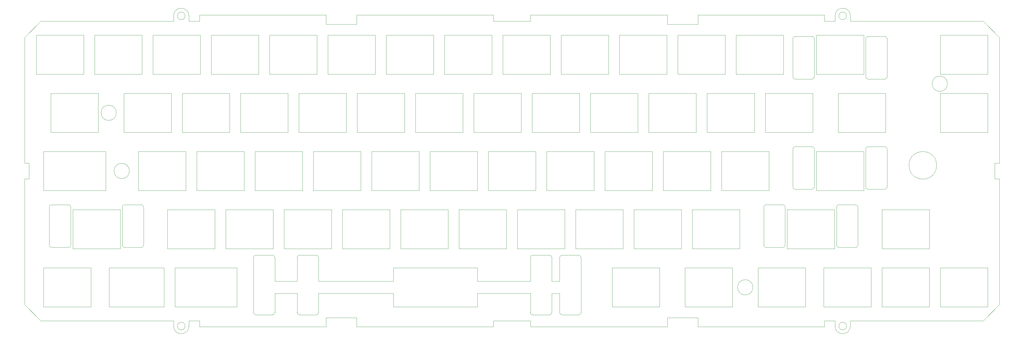
<source format=gm1>
G04 #@! TF.GenerationSoftware,KiCad,Pcbnew,(5.1.12)-1*
G04 #@! TF.CreationDate,2021-12-15T02:21:53-05:00*
G04 #@! TF.ProjectId,fc660a_plate,66633636-3061-45f7-906c-6174652e6b69,rev?*
G04 #@! TF.SameCoordinates,Original*
G04 #@! TF.FileFunction,Profile,NP*
%FSLAX46Y46*%
G04 Gerber Fmt 4.6, Leading zero omitted, Abs format (unit mm)*
G04 Created by KiCad (PCBNEW (5.1.12)-1) date 2021-12-15 02:21:53*
%MOMM*%
%LPD*%
G01*
G04 APERTURE LIST*
G04 #@! TA.AperFunction,Profile*
%ADD10C,0.010000*%
G04 #@! TD*
G04 #@! TA.AperFunction,Profile*
%ADD11C,0.100000*%
G04 #@! TD*
G04 APERTURE END LIST*
D10*
X301293750Y-32850000D02*
G75*
G02*
X302043750Y-32100000I750000J0D01*
G01*
X302043750Y-46100000D02*
G75*
G02*
X301293750Y-45350000I0J750000D01*
G01*
X277493750Y-32850000D02*
X277493750Y-45350000D01*
X278243750Y-46100000D02*
G75*
G02*
X277493750Y-45350000I0J750000D01*
G01*
X278243750Y-46100000D02*
X283743750Y-46100000D01*
X284493750Y-45350000D02*
G75*
G02*
X283743750Y-46100000I-750000J0D01*
G01*
X284493750Y-45350000D02*
X284493750Y-32850000D01*
X301293750Y-32850000D02*
X301293750Y-45350000D01*
X302043750Y-46100000D02*
X307543750Y-46100000D01*
X283743750Y-32100000D02*
X278243750Y-32100000D01*
X307543750Y-32100000D02*
G75*
G02*
X308293750Y-32850000I0J-750000D01*
G01*
X277493750Y-32850000D02*
G75*
G02*
X278243750Y-32100000I750000J0D01*
G01*
X283743750Y-32100000D02*
G75*
G02*
X284493750Y-32850000I0J-750000D01*
G01*
X308293750Y-45350000D02*
G75*
G02*
X307543750Y-46100000I-750000J0D01*
G01*
X308293750Y-45350000D02*
X308293750Y-32850000D01*
X307543750Y-32100000D02*
X302043750Y-32100000D01*
X285143750Y-44500000D02*
X300643750Y-44500000D01*
X285143750Y-31700000D02*
X285143750Y-44500000D01*
X300643750Y-44500000D02*
X300643750Y-31700000D01*
X300643750Y-31700000D02*
X285143750Y-31700000D01*
D11*
X264437500Y-114300000D02*
G75*
G03*
X264437500Y-114300000I-2500000J0D01*
G01*
X56500000Y-57150000D02*
G75*
G03*
X56500000Y-57150000I-2500000J0D01*
G01*
X328000000Y-47625000D02*
G75*
G03*
X328000000Y-47625000I-2500000J0D01*
G01*
X26500000Y-32449999D02*
X31799999Y-27149999D01*
X26500000Y-73599999D02*
X26500000Y-32449999D01*
X27999999Y-73599999D02*
X26500000Y-73599999D01*
X27999999Y-78799999D02*
X27999999Y-73599999D01*
X26500000Y-78799999D02*
X27999999Y-78799999D01*
X26500000Y-119950000D02*
X26500000Y-78799999D01*
X31799999Y-125250000D02*
X26500000Y-119950000D01*
X75199999Y-125250000D02*
X31799999Y-125250000D01*
X75199999Y-126999999D02*
X75199999Y-125250000D01*
X80199999Y-126999999D02*
G75*
G02*
X75199999Y-126999999I-2500000J0D01*
G01*
X80199999Y-125250000D02*
X80199999Y-126999999D01*
X83699999Y-125250000D02*
X80199999Y-125250000D01*
X83699999Y-127250000D02*
X83699999Y-125250000D01*
X124999999Y-127250000D02*
X83699999Y-127250000D01*
X124999999Y-124250000D02*
X124999999Y-127250000D01*
X134999999Y-124250000D02*
X124999999Y-124250000D01*
X134999999Y-127250000D02*
X134999999Y-124250000D01*
X179699999Y-127250000D02*
X134999999Y-127250000D01*
X179699999Y-125250000D02*
X179699999Y-127250000D01*
X179699999Y-25149999D02*
X179699999Y-27149999D01*
X134999999Y-25149999D02*
X179699999Y-25149999D01*
X134999999Y-28149999D02*
X134999999Y-25149999D01*
X124999999Y-28149999D02*
X134999999Y-28149999D01*
X124999999Y-25149999D02*
X124999999Y-28149999D01*
X83699999Y-25149999D02*
X124999999Y-25149999D01*
X83699999Y-27149999D02*
X83699999Y-25149999D01*
X80199999Y-27149999D02*
X83699999Y-27149999D01*
X80199999Y-25400000D02*
X80199999Y-27149999D01*
X75199999Y-25400000D02*
G75*
G02*
X80199999Y-25400000I2500000J0D01*
G01*
X75199999Y-27149999D02*
X75199999Y-25400000D01*
X31799999Y-27149999D02*
X75199999Y-27149999D01*
X339675000Y-27149999D02*
X296275000Y-27149999D01*
X344974999Y-32449999D02*
X339675000Y-27149999D01*
X344974999Y-73599999D02*
X344974999Y-32449999D01*
X343475000Y-73599999D02*
X344974999Y-73599999D01*
X343475000Y-78799999D02*
X343475000Y-73599999D01*
X344974999Y-78799999D02*
X343475000Y-78799999D01*
X344974999Y-119950000D02*
X344974999Y-78799999D01*
X339675000Y-125250000D02*
X344974999Y-119950000D01*
X296275000Y-125250000D02*
X339675000Y-125250000D01*
X296275000Y-126999999D02*
X296275000Y-125250000D01*
X296275001Y-126999999D02*
G75*
G02*
X291274999Y-126999999I-2500001J0D01*
G01*
X291275000Y-125250000D02*
X291274999Y-126999999D01*
X287775000Y-125250000D02*
X291275000Y-125250000D01*
X287775000Y-127250000D02*
X287775000Y-125250000D01*
X246475000Y-127250000D02*
X287775000Y-127250000D01*
X246475000Y-124250000D02*
X246475000Y-127250000D01*
X236475000Y-124250000D02*
X246475000Y-124250000D01*
X236475000Y-127250000D02*
X236475000Y-124250000D01*
X191775000Y-127250000D02*
X236475000Y-127250000D01*
X191775000Y-125250000D02*
X191775000Y-127250000D01*
X179699999Y-125250000D02*
X191775000Y-125250000D01*
X191775000Y-27149999D02*
X179699999Y-27149999D01*
X191775000Y-25149999D02*
X191775000Y-27149999D01*
X236475000Y-25149999D02*
X191775000Y-25149999D01*
X236475000Y-28149999D02*
X236475000Y-25149999D01*
X246475000Y-28149999D02*
X236475000Y-28149999D01*
X246475000Y-25149999D02*
X246475000Y-28149999D01*
X287775000Y-25149999D02*
X246475000Y-25149999D01*
X287775000Y-27149999D02*
X287775000Y-25149999D01*
X291275000Y-27149999D02*
X287775000Y-27149999D01*
X291274999Y-25400000D02*
X291275000Y-27149999D01*
X291275000Y-25400000D02*
G75*
G02*
X296275000Y-25400000I2500000J0D01*
G01*
X296275000Y-27149999D02*
X296275000Y-25400000D01*
X78949999Y-126999999D02*
G75*
G03*
X78949999Y-126999999I-1250000J0D01*
G01*
X295025000Y-126999999D02*
G75*
G03*
X295025000Y-126999999I-1250000J0D01*
G01*
X78949999Y-25400000D02*
G75*
G03*
X78949999Y-25400000I-1250000J0D01*
G01*
X295025000Y-25400000D02*
G75*
G03*
X295025000Y-25400000I-1250000J0D01*
G01*
D10*
X325625000Y-44500000D02*
X341125000Y-44500000D01*
X341125000Y-50750000D02*
X325625000Y-50750000D01*
X325625000Y-50750000D02*
X325625000Y-63550000D01*
X325625000Y-63550000D02*
X341125000Y-63550000D01*
X341125000Y-63550000D02*
X341125000Y-50750000D01*
X341125000Y-44500000D02*
X341125000Y-31700000D01*
X341125000Y-31700000D02*
X325625000Y-31700000D01*
X325625000Y-31700000D02*
X325625000Y-44500000D01*
D11*
X60750000Y-76200000D02*
G75*
G03*
X60750000Y-76200000I-2500000J0D01*
G01*
D10*
X107525000Y-103800000D02*
G75*
G02*
X108275000Y-104550000I0J-750000D01*
G01*
X108275000Y-104550000D02*
X108275000Y-112300000D01*
X102025000Y-103800000D02*
X107525000Y-103800000D01*
X107525000Y-123300000D02*
X102025000Y-123300000D01*
X108275000Y-116300000D02*
X108275000Y-122550000D01*
X108275000Y-122550000D02*
G75*
G02*
X107525000Y-123300000I-750000J0D01*
G01*
X121812500Y-103800000D02*
G75*
G02*
X122562500Y-104550000I0J-750000D01*
G01*
X122562500Y-104550000D02*
X122562500Y-112300000D01*
X116312500Y-103800000D02*
X121812500Y-103800000D01*
X121812500Y-123300000D02*
X116312500Y-123300000D01*
X122562500Y-116300000D02*
X122562500Y-122550000D01*
X122562500Y-122550000D02*
G75*
G02*
X121812500Y-123300000I-750000J0D01*
G01*
X45850000Y-44500000D02*
X45850000Y-31700000D01*
X30350000Y-44500000D02*
X45850000Y-44500000D01*
X30350000Y-31700000D02*
X30350000Y-44500000D01*
X45850000Y-31700000D02*
X30350000Y-31700000D01*
X341125000Y-120700000D02*
X341125000Y-107900000D01*
X325625000Y-120700000D02*
X341125000Y-120700000D01*
X325625000Y-107900000D02*
X325625000Y-120700000D01*
X341125000Y-107900000D02*
X325625000Y-107900000D01*
X322075000Y-120700000D02*
X322075000Y-107900000D01*
X306575000Y-120700000D02*
X322075000Y-120700000D01*
X306575000Y-107900000D02*
X306575000Y-120700000D01*
X322075000Y-107900000D02*
X306575000Y-107900000D01*
X303025000Y-120700000D02*
X303025000Y-107900000D01*
X287525000Y-120700000D02*
X303025000Y-120700000D01*
X287525000Y-107900000D02*
X287525000Y-120700000D01*
X303025000Y-107900000D02*
X287525000Y-107900000D01*
X322075000Y-101650000D02*
X322075000Y-88850000D01*
X306575000Y-101650000D02*
X322075000Y-101650000D01*
X306575000Y-88850000D02*
X306575000Y-101650000D01*
X322075000Y-88850000D02*
X306575000Y-88850000D01*
X50612500Y-63550000D02*
X50612500Y-50750000D01*
X35112500Y-63550000D02*
X50612500Y-63550000D01*
X35112500Y-50750000D02*
X35112500Y-63550000D01*
X50612500Y-50750000D02*
X35112500Y-50750000D01*
X52993750Y-82600000D02*
X52993750Y-69800000D01*
X57756250Y-101650000D02*
X57756250Y-88850000D01*
X42256250Y-101650000D02*
X57756250Y-101650000D01*
X42256250Y-88850000D02*
X42256250Y-101650000D01*
X57756250Y-88850000D02*
X42256250Y-88850000D01*
X35356250Y-101250000D02*
G75*
G02*
X34606250Y-100500000I0J750000D01*
G01*
X34606250Y-88000000D02*
X34606250Y-100500000D01*
X34606250Y-88000000D02*
G75*
G02*
X35356250Y-87250000I750000J0D01*
G01*
X40856250Y-87250000D02*
X35356250Y-87250000D01*
X40856250Y-87250000D02*
G75*
G02*
X41606250Y-88000000I0J-750000D01*
G01*
X41606250Y-100500000D02*
X41606250Y-88000000D01*
X41606250Y-100500000D02*
G75*
G02*
X40856250Y-101250000I-750000J0D01*
G01*
X35356250Y-101250000D02*
X40856250Y-101250000D01*
X58406250Y-88000000D02*
X58406250Y-100500000D01*
X58406250Y-88000000D02*
G75*
G02*
X59156250Y-87250000I750000J0D01*
G01*
X64656250Y-87250000D02*
X59156250Y-87250000D01*
X64656250Y-87250000D02*
G75*
G02*
X65406250Y-88000000I0J-750000D01*
G01*
X65406250Y-100500000D02*
X65406250Y-88000000D01*
X65406250Y-100500000D02*
G75*
G02*
X64656250Y-101250000I-750000J0D01*
G01*
X59156250Y-101250000D02*
X64656250Y-101250000D01*
X59156250Y-101250000D02*
G75*
G02*
X58406250Y-100500000I0J750000D01*
G01*
X291118750Y-101650000D02*
X291118750Y-88850000D01*
X275618750Y-101650000D02*
X291118750Y-101650000D01*
X275618750Y-88850000D02*
X275618750Y-101650000D01*
X291118750Y-88850000D02*
X275618750Y-88850000D01*
X307787500Y-63550000D02*
X307787500Y-50750000D01*
X292287500Y-63550000D02*
X307787500Y-63550000D01*
X292287500Y-50750000D02*
X292287500Y-63550000D01*
X307787500Y-50750000D02*
X292287500Y-50750000D01*
X300643750Y-82600000D02*
X300643750Y-69800000D01*
X285143750Y-82600000D02*
X300643750Y-82600000D01*
X285143750Y-69800000D02*
X285143750Y-82600000D01*
X300643750Y-69800000D02*
X285143750Y-69800000D01*
X64900000Y-44500000D02*
X64900000Y-31700000D01*
X49400000Y-44500000D02*
X64900000Y-44500000D01*
X49400000Y-31700000D02*
X49400000Y-44500000D01*
X64900000Y-31700000D02*
X49400000Y-31700000D01*
X283975000Y-63550000D02*
X283975000Y-50750000D01*
X268475000Y-63550000D02*
X283975000Y-63550000D01*
X268475000Y-50750000D02*
X268475000Y-63550000D01*
X283975000Y-50750000D02*
X268475000Y-50750000D01*
X269687500Y-82600000D02*
X269687500Y-69800000D01*
X254187500Y-82600000D02*
X269687500Y-82600000D01*
X254187500Y-69800000D02*
X254187500Y-82600000D01*
X269687500Y-69800000D02*
X254187500Y-69800000D01*
X260162500Y-101650000D02*
X260162500Y-88850000D01*
X244662500Y-101650000D02*
X260162500Y-101650000D01*
X244662500Y-88850000D02*
X244662500Y-101650000D01*
X260162500Y-88850000D02*
X244662500Y-88850000D01*
X74425000Y-63550000D02*
X74425000Y-50750000D01*
X58925000Y-63550000D02*
X74425000Y-63550000D01*
X58925000Y-50750000D02*
X58925000Y-63550000D01*
X74425000Y-50750000D02*
X58925000Y-50750000D01*
X79187500Y-82600000D02*
X79187500Y-69800000D01*
X63687500Y-82600000D02*
X79187500Y-82600000D01*
X63687500Y-69800000D02*
X63687500Y-82600000D01*
X79187500Y-69800000D02*
X63687500Y-69800000D01*
X88712500Y-101650000D02*
X88712500Y-88850000D01*
X73212500Y-101650000D02*
X88712500Y-101650000D01*
X73212500Y-88850000D02*
X73212500Y-101650000D01*
X88712500Y-88850000D02*
X73212500Y-88850000D01*
X48231250Y-120700000D02*
X48231250Y-107900000D01*
X32731250Y-120700000D02*
X48231250Y-120700000D01*
X32731250Y-107900000D02*
X32731250Y-120700000D01*
X48231250Y-107900000D02*
X32731250Y-107900000D01*
X257781250Y-120700000D02*
X257781250Y-107900000D01*
X242281250Y-120700000D02*
X257781250Y-120700000D01*
X242281250Y-107900000D02*
X242281250Y-120700000D01*
X257781250Y-107900000D02*
X242281250Y-107900000D01*
X281593750Y-120700000D02*
X281593750Y-107900000D01*
X266093750Y-120700000D02*
X281593750Y-120700000D01*
X266093750Y-107900000D02*
X266093750Y-120700000D01*
X281593750Y-107900000D02*
X266093750Y-107900000D01*
X218468750Y-120700000D02*
X218468750Y-107900000D01*
X233968750Y-120700000D02*
X218468750Y-120700000D01*
X233968750Y-107900000D02*
X233968750Y-120700000D01*
X218468750Y-107900000D02*
X233968750Y-107900000D01*
X72043750Y-120700000D02*
X72043750Y-107900000D01*
X95856250Y-120700000D02*
X95856250Y-107900000D01*
X274218750Y-87250000D02*
G75*
G02*
X274968750Y-88000000I0J-750000D01*
G01*
X274968750Y-100500000D02*
X274968750Y-88000000D01*
X274968750Y-100500000D02*
G75*
G02*
X274218750Y-101250000I-750000J0D01*
G01*
X268718750Y-101250000D02*
X274218750Y-101250000D01*
X268718750Y-101250000D02*
G75*
G02*
X267968750Y-100500000I0J750000D01*
G01*
X267968750Y-88000000D02*
X267968750Y-100500000D01*
X267968750Y-88000000D02*
G75*
G02*
X268718750Y-87250000I750000J0D01*
G01*
X274218750Y-87250000D02*
X268718750Y-87250000D01*
X298768750Y-100500000D02*
G75*
G02*
X298018750Y-101250000I-750000J0D01*
G01*
X292518750Y-101250000D02*
X298018750Y-101250000D01*
X292518750Y-101250000D02*
G75*
G02*
X291768750Y-100500000I0J750000D01*
G01*
X291768750Y-88000000D02*
X291768750Y-100500000D01*
X291768750Y-88000000D02*
G75*
G02*
X292518750Y-87250000I750000J0D01*
G01*
X298018750Y-87250000D02*
X292518750Y-87250000D01*
X298018750Y-87250000D02*
G75*
G02*
X298768750Y-88000000I0J-750000D01*
G01*
X298768750Y-100500000D02*
X298768750Y-88000000D01*
X284493750Y-81450000D02*
G75*
G02*
X283743750Y-82200000I-750000J0D01*
G01*
X278243750Y-82200000D02*
X283743750Y-82200000D01*
X278243750Y-82200000D02*
G75*
G02*
X277493750Y-81450000I0J750000D01*
G01*
X277493750Y-68950000D02*
X277493750Y-81450000D01*
X277493750Y-68950000D02*
G75*
G02*
X278243750Y-68200000I750000J0D01*
G01*
X283743750Y-68200000D02*
X278243750Y-68200000D01*
X283743750Y-68200000D02*
G75*
G02*
X284493750Y-68950000I0J-750000D01*
G01*
X284493750Y-81450000D02*
X284493750Y-68950000D01*
X302043750Y-82200000D02*
G75*
G02*
X301293750Y-81450000I0J750000D01*
G01*
X301293750Y-68950000D02*
X301293750Y-81450000D01*
X301293750Y-68950000D02*
G75*
G02*
X302043750Y-68200000I750000J0D01*
G01*
X307543750Y-68200000D02*
X302043750Y-68200000D01*
X307543750Y-68200000D02*
G75*
G02*
X308293750Y-68950000I0J-750000D01*
G01*
X308293750Y-81450000D02*
X308293750Y-68950000D01*
X308293750Y-81450000D02*
G75*
G02*
X307543750Y-82200000I-750000J0D01*
G01*
X302043750Y-82200000D02*
X307543750Y-82200000D01*
X68450000Y-44500000D02*
X83950000Y-44500000D01*
X68450000Y-31700000D02*
X68450000Y-44500000D01*
X83950000Y-31700000D02*
X68450000Y-31700000D01*
X83950000Y-44500000D02*
X83950000Y-31700000D01*
X87500000Y-44500000D02*
X103000000Y-44500000D01*
X87500000Y-31700000D02*
X87500000Y-44500000D01*
X103000000Y-31700000D02*
X87500000Y-31700000D01*
X103000000Y-44500000D02*
X103000000Y-31700000D01*
X106550000Y-44500000D02*
X122050000Y-44500000D01*
X106550000Y-31700000D02*
X106550000Y-44500000D01*
X122050000Y-31700000D02*
X106550000Y-31700000D01*
X122050000Y-44500000D02*
X122050000Y-31700000D01*
X125600000Y-44500000D02*
X141100000Y-44500000D01*
X125600000Y-31700000D02*
X125600000Y-44500000D01*
X141100000Y-31700000D02*
X125600000Y-31700000D01*
X141100000Y-44500000D02*
X141100000Y-31700000D01*
X144650000Y-44500000D02*
X160150000Y-44500000D01*
X144650000Y-31700000D02*
X144650000Y-44500000D01*
X160150000Y-31700000D02*
X144650000Y-31700000D01*
X160150000Y-44500000D02*
X160150000Y-31700000D01*
X163700000Y-44500000D02*
X179200000Y-44500000D01*
X163700000Y-31700000D02*
X163700000Y-44500000D01*
X179200000Y-31700000D02*
X163700000Y-31700000D01*
X179200000Y-44500000D02*
X179200000Y-31700000D01*
X258950000Y-44500000D02*
X274450000Y-44500000D01*
X258950000Y-31700000D02*
X258950000Y-44500000D01*
X274450000Y-31700000D02*
X258950000Y-31700000D01*
X274450000Y-44500000D02*
X274450000Y-31700000D01*
X239900000Y-44500000D02*
X255400000Y-44500000D01*
X239900000Y-31700000D02*
X239900000Y-44500000D01*
X255400000Y-31700000D02*
X239900000Y-31700000D01*
X255400000Y-44500000D02*
X255400000Y-31700000D01*
X220850000Y-44500000D02*
X236350000Y-44500000D01*
X220850000Y-31700000D02*
X220850000Y-44500000D01*
X236350000Y-31700000D02*
X220850000Y-31700000D01*
X236350000Y-44500000D02*
X236350000Y-31700000D01*
X201800000Y-44500000D02*
X217300000Y-44500000D01*
X201800000Y-31700000D02*
X201800000Y-44500000D01*
X217300000Y-31700000D02*
X201800000Y-31700000D01*
X217300000Y-44500000D02*
X217300000Y-31700000D01*
X182750000Y-44500000D02*
X198250000Y-44500000D01*
X182750000Y-31700000D02*
X182750000Y-44500000D01*
X198250000Y-31700000D02*
X182750000Y-31700000D01*
X198250000Y-44500000D02*
X198250000Y-31700000D01*
X77975000Y-63550000D02*
X93475000Y-63550000D01*
X77975000Y-50750000D02*
X77975000Y-63550000D01*
X93475000Y-50750000D02*
X77975000Y-50750000D01*
X93475000Y-63550000D02*
X93475000Y-50750000D01*
X97025000Y-63550000D02*
X112525000Y-63550000D01*
X97025000Y-50750000D02*
X97025000Y-63550000D01*
X112525000Y-50750000D02*
X97025000Y-50750000D01*
X112525000Y-63550000D02*
X112525000Y-50750000D01*
X116075000Y-63550000D02*
X131575000Y-63550000D01*
X116075000Y-50750000D02*
X116075000Y-63550000D01*
X131575000Y-50750000D02*
X116075000Y-50750000D01*
X131575000Y-63550000D02*
X131575000Y-50750000D01*
X135125000Y-63550000D02*
X150625000Y-63550000D01*
X135125000Y-50750000D02*
X135125000Y-63550000D01*
X150625000Y-50750000D02*
X135125000Y-50750000D01*
X150625000Y-63550000D02*
X150625000Y-50750000D01*
X154175000Y-63550000D02*
X169675000Y-63550000D01*
X154175000Y-50750000D02*
X154175000Y-63550000D01*
X169675000Y-50750000D02*
X154175000Y-50750000D01*
X169675000Y-63550000D02*
X169675000Y-50750000D01*
X173225000Y-63550000D02*
X188725000Y-63550000D01*
X173225000Y-50750000D02*
X173225000Y-63550000D01*
X188725000Y-50750000D02*
X173225000Y-50750000D01*
X188725000Y-63550000D02*
X188725000Y-50750000D01*
X192275000Y-63550000D02*
X207775000Y-63550000D01*
X192275000Y-50750000D02*
X192275000Y-63550000D01*
X207775000Y-50750000D02*
X192275000Y-50750000D01*
X207775000Y-63550000D02*
X207775000Y-50750000D01*
X249425000Y-63550000D02*
X264925000Y-63550000D01*
X249425000Y-50750000D02*
X249425000Y-63550000D01*
X264925000Y-50750000D02*
X249425000Y-50750000D01*
X264925000Y-63550000D02*
X264925000Y-50750000D01*
X230375000Y-63550000D02*
X245875000Y-63550000D01*
X230375000Y-50750000D02*
X230375000Y-63550000D01*
X245875000Y-50750000D02*
X230375000Y-50750000D01*
X245875000Y-63550000D02*
X245875000Y-50750000D01*
X211325000Y-63550000D02*
X226825000Y-63550000D01*
X211325000Y-50750000D02*
X211325000Y-63550000D01*
X226825000Y-50750000D02*
X211325000Y-50750000D01*
X226825000Y-63550000D02*
X226825000Y-50750000D01*
X82737500Y-82600000D02*
X98237500Y-82600000D01*
X82737500Y-69800000D02*
X82737500Y-82600000D01*
X98237500Y-69800000D02*
X82737500Y-69800000D01*
X98237500Y-82600000D02*
X98237500Y-69800000D01*
X101787500Y-82600000D02*
X117287500Y-82600000D01*
X101787500Y-69800000D02*
X101787500Y-82600000D01*
X117287500Y-69800000D02*
X101787500Y-69800000D01*
X117287500Y-82600000D02*
X117287500Y-69800000D01*
X120837500Y-82600000D02*
X136337500Y-82600000D01*
X120837500Y-69800000D02*
X120837500Y-82600000D01*
X136337500Y-69800000D02*
X120837500Y-69800000D01*
X136337500Y-82600000D02*
X136337500Y-69800000D01*
X139887500Y-82600000D02*
X155387500Y-82600000D01*
X139887500Y-69800000D02*
X139887500Y-82600000D01*
X155387500Y-69800000D02*
X139887500Y-69800000D01*
X155387500Y-82600000D02*
X155387500Y-69800000D01*
X158937500Y-82600000D02*
X174437500Y-82600000D01*
X158937500Y-69800000D02*
X158937500Y-82600000D01*
X174437500Y-69800000D02*
X158937500Y-69800000D01*
X174437500Y-82600000D02*
X174437500Y-69800000D01*
X177987500Y-82600000D02*
X193487500Y-82600000D01*
X177987500Y-69800000D02*
X177987500Y-82600000D01*
X193487500Y-69800000D02*
X177987500Y-69800000D01*
X193487500Y-82600000D02*
X193487500Y-69800000D01*
X197037500Y-82600000D02*
X212537500Y-82600000D01*
X197037500Y-69800000D02*
X197037500Y-82600000D01*
X212537500Y-69800000D02*
X197037500Y-69800000D01*
X212537500Y-82600000D02*
X212537500Y-69800000D01*
X235137500Y-82600000D02*
X250637500Y-82600000D01*
X235137500Y-69800000D02*
X235137500Y-82600000D01*
X250637500Y-69800000D02*
X235137500Y-69800000D01*
X250637500Y-82600000D02*
X250637500Y-69800000D01*
X216087500Y-82600000D02*
X231587500Y-82600000D01*
X216087500Y-69800000D02*
X216087500Y-82600000D01*
X231587500Y-69800000D02*
X216087500Y-69800000D01*
X231587500Y-82600000D02*
X231587500Y-69800000D01*
X92262500Y-101650000D02*
X107762500Y-101650000D01*
X92262500Y-88850000D02*
X92262500Y-101650000D01*
X107762500Y-88850000D02*
X92262500Y-88850000D01*
X107762500Y-101650000D02*
X107762500Y-88850000D01*
X111312500Y-101650000D02*
X126812500Y-101650000D01*
X111312500Y-88850000D02*
X111312500Y-101650000D01*
X126812500Y-88850000D02*
X111312500Y-88850000D01*
X126812500Y-101650000D02*
X126812500Y-88850000D01*
X130362500Y-101650000D02*
X145862500Y-101650000D01*
X130362500Y-88850000D02*
X130362500Y-101650000D01*
X145862500Y-88850000D02*
X130362500Y-88850000D01*
X145862500Y-101650000D02*
X145862500Y-88850000D01*
X149412500Y-101650000D02*
X164912500Y-101650000D01*
X149412500Y-88850000D02*
X149412500Y-101650000D01*
X164912500Y-88850000D02*
X149412500Y-88850000D01*
X164912500Y-101650000D02*
X164912500Y-88850000D01*
X168462500Y-101650000D02*
X183962500Y-101650000D01*
X168462500Y-88850000D02*
X168462500Y-101650000D01*
X183962500Y-88850000D02*
X168462500Y-88850000D01*
X183962500Y-101650000D02*
X183962500Y-88850000D01*
X187512500Y-101650000D02*
X203012500Y-101650000D01*
X187512500Y-88850000D02*
X187512500Y-101650000D01*
X203012500Y-88850000D02*
X187512500Y-88850000D01*
X203012500Y-101650000D02*
X203012500Y-88850000D01*
X206562500Y-101650000D02*
X222062500Y-101650000D01*
X206562500Y-88850000D02*
X206562500Y-101650000D01*
X222062500Y-88850000D02*
X206562500Y-88850000D01*
X222062500Y-101650000D02*
X222062500Y-88850000D01*
X225612500Y-101650000D02*
X241112500Y-101650000D01*
X225612500Y-88850000D02*
X225612500Y-101650000D01*
X241112500Y-88850000D02*
X225612500Y-88850000D01*
X241112500Y-101650000D02*
X241112500Y-88850000D01*
X75593750Y-120700000D02*
X95856250Y-120700000D01*
X75593750Y-107900000D02*
X75593750Y-120700000D01*
X95856250Y-107900000D02*
X75593750Y-107900000D01*
X54162500Y-120700000D02*
X72043750Y-120700000D01*
X54162500Y-107900000D02*
X54162500Y-120700000D01*
X72043750Y-107900000D02*
X54162500Y-107900000D01*
X32731250Y-82600000D02*
X52993750Y-82600000D01*
X32731250Y-69800000D02*
X32731250Y-82600000D01*
X52993750Y-69800000D02*
X32731250Y-69800000D01*
X147031250Y-116300000D02*
X122562500Y-116300000D01*
X147031250Y-120700000D02*
X147031250Y-116300000D01*
X174437500Y-120700000D02*
X147031250Y-120700000D01*
X174437500Y-116300000D02*
X174437500Y-120700000D01*
X191762500Y-116300000D02*
X174437500Y-116300000D01*
X191762500Y-122550000D02*
X191762500Y-116300000D01*
X192512500Y-123300000D02*
G75*
G02*
X191762500Y-122550000I0J750000D01*
G01*
X198012500Y-123300000D02*
X192512500Y-123300000D01*
X198762500Y-122550000D02*
G75*
G02*
X198012500Y-123300000I-750000J0D01*
G01*
X198762500Y-116300000D02*
X198762500Y-122550000D01*
X201287500Y-116300000D02*
X198762500Y-116300000D01*
X201287500Y-122550000D02*
X201287500Y-116300000D01*
X202037500Y-123300000D02*
G75*
G02*
X201287500Y-122550000I0J750000D01*
G01*
X207537500Y-123300000D02*
X202037500Y-123300000D01*
X208287500Y-122550000D02*
G75*
G02*
X207537500Y-123300000I-750000J0D01*
G01*
X208287500Y-104550000D02*
X208287500Y-122550000D01*
X207537500Y-103800000D02*
G75*
G02*
X208287500Y-104550000I0J-750000D01*
G01*
X202037500Y-103800000D02*
X207537500Y-103800000D01*
X201287500Y-104550000D02*
G75*
G02*
X202037500Y-103800000I750000J0D01*
G01*
X201287500Y-112300000D02*
X201287500Y-104550000D01*
X198762500Y-112300000D02*
X201287500Y-112300000D01*
X198762500Y-104550000D02*
X198762500Y-112300000D01*
X198012500Y-103800000D02*
G75*
G02*
X198762500Y-104550000I0J-750000D01*
G01*
X192512500Y-103800000D02*
X198012500Y-103800000D01*
X191762500Y-104550000D02*
G75*
G02*
X192512500Y-103800000I750000J0D01*
G01*
X191762500Y-112300000D02*
X191762500Y-104550000D01*
X174437500Y-112300000D02*
X191762500Y-112300000D01*
X174437500Y-107900000D02*
X174437500Y-112300000D01*
X147031250Y-107900000D02*
X174437500Y-107900000D01*
X147031250Y-112300000D02*
X147031250Y-107900000D01*
X122562500Y-112300000D02*
X147031250Y-112300000D01*
X115562500Y-104550000D02*
G75*
G02*
X116312500Y-103800000I750000J0D01*
G01*
X115562500Y-112300000D02*
X115562500Y-104550000D01*
X108275000Y-112300000D02*
X115562500Y-112300000D01*
X101275000Y-104550000D02*
G75*
G02*
X102025000Y-103800000I750000J0D01*
G01*
X101275000Y-122550000D02*
X101275000Y-104550000D01*
X102025000Y-123300000D02*
G75*
G02*
X101275000Y-122550000I0J750000D01*
G01*
X115562500Y-116300000D02*
X108275000Y-116300000D01*
X115562500Y-122550000D02*
X115562500Y-116300000D01*
X116312500Y-123300000D02*
G75*
G02*
X115562500Y-122550000I0J750000D01*
G01*
X324450000Y-74350000D02*
G75*
G03*
X324450000Y-74350000I-4500000J0D01*
G01*
M02*

</source>
